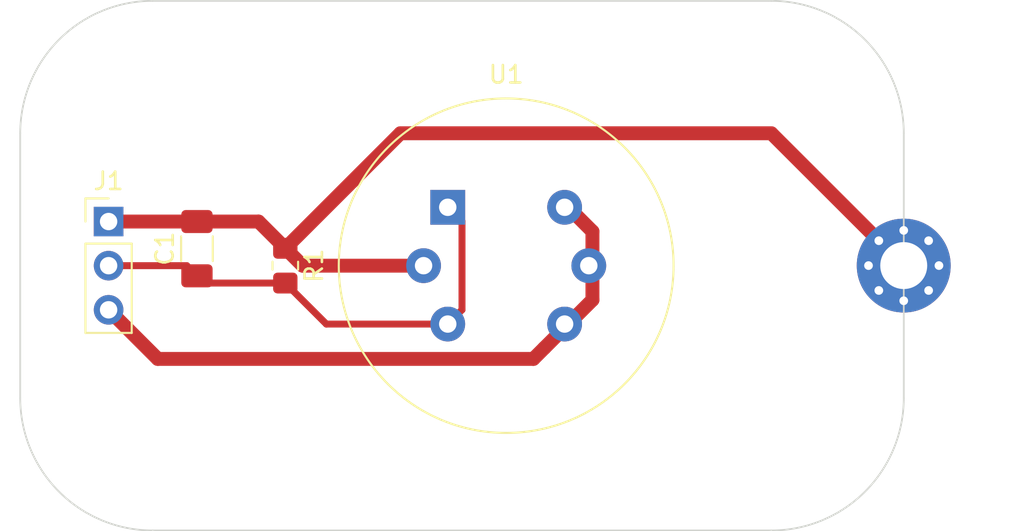
<source format=kicad_pcb>
(kicad_pcb (version 20221018) (generator pcbnew)
  (layers (0 "F.Cu" signal) (31 "B.Cu" signal) (34 "B.Paste" user) (35 "F.Paste" user) (36 "B.SilkS" user "B.Silkscreen") (37 "F.SilkS" user "F.Silkscreen") (38 "B.Mask" user) (39 "F.Mask" user) (44 "Edge.Cuts" user))
  (net 0 "")
  (net 1 "+5V")
  (net 2 "V_RL")
  (net 3 "GND")
  (footprint "Capacitor_SMD:C_1206_3216Metric_Pad1.33x1.80mm_HandSolder" (layer "F.Cu") (at 129.54 93.0025 90)
    (fp_text reference "C1" (at 0 -1.85 90) (layer "F.SilkS"))
    (fp_text value "50nF")
    (fp_line (start -0.711252 -0.91) (end 0.711252 -0.91) (stroke (width 0.12)) (layer "F.SilkS"))
    (fp_line (start -0.711252 0.91) (end 0.711252 0.91) (stroke (width 0.12)) (layer "F.SilkS"))
    (pad "1" smd roundrect (at -1.5625 0 90) (size 1.325 1.8) (layers "F.Cu" "F.Paste" "F.Mask") (roundrect_rratio 0.188679) (net 2 "V_RL"))
    (pad "2" smd roundrect (at 1.5625 0 90) (size 1.325 1.8) (layers "F.Cu" "F.Paste" "F.Mask") (roundrect_rratio 0.188679) (net 3 "GND"))
  )
  (footprint "Resistor_SMD:R_0805_2012Metric_Pad1.20x1.40mm_HandSolder" (layer "F.Cu") (at 134.62 93.98 -90)
    (fp_text reference "R1" (at 0 -1.65 -90) (layer "F.SilkS"))
    (fp_text value "4.7k Ω")
    (fp_line (start -0.227064 -0.735) (end 0.227064 -0.735) (stroke (width 0.12)) (layer "F.SilkS"))
    (fp_line (start -0.227064 0.735) (end 0.227064 0.735) (stroke (width 0.12)) (layer "F.SilkS"))
    (pad "1" smd roundrect (at -1 0 270) (size 1.2 1.4) (layers "F.Cu" "F.Paste" "F.Mask") (roundrect_rratio 0.208333) (net 3 "GND"))
    (pad "2" smd roundrect (at 1 0 270) (size 1.2 1.4) (layers "F.Cu" "F.Paste" "F.Mask") (roundrect_rratio 0.208333) (net 2 "V_RL"))
  )
  (footprint "Connector_PinHeader_2.54mm:PinHeader_1x03_P2.54mm_Vertical" (layer "F.Cu") (at 124.46 91.44)
    (fp_text reference "J1" (at 0 -2.33) (layer "F.SilkS"))
    (fp_text value "Conn_01x03_Pin")
    (fp_line (start -1.33 -1.33) (end 0 -1.33) (stroke (width 0.12)) (layer "F.SilkS"))
    (fp_line (start -1.33 0) (end -1.33 -1.33) (stroke (width 0.12)) (layer "F.SilkS"))
    (fp_line (start -1.33 1.27) (end -1.33 6.41) (stroke (width 0.12)) (layer "F.SilkS"))
    (fp_line (start -1.33 1.27) (end 1.33 1.27) (stroke (width 0.12)) (layer "F.SilkS"))
    (fp_line (start -1.33 6.41) (end 1.33 6.41) (stroke (width 0.12)) (layer "F.SilkS"))
    (fp_line (start 1.33 1.27) (end 1.33 6.41) (stroke (width 0.12)) (layer "F.SilkS"))
    (pad "1" thru_hole rect (at 0 0) (size 1.7 1.7) (drill 1) (layers "*.Cu" "*.Mask") (net 3 "GND"))
    (pad "2" thru_hole oval (at 0 2.54) (size 1.7 1.7) (drill 1) (layers "*.Cu" "*.Mask") (net 2 "V_RL"))
    (pad "3" thru_hole oval (at 0 5.08) (size 1.7 1.7) (drill 1) (layers "*.Cu" "*.Mask") (net 1 "+5V"))
  )
  (footprint "MountingHole:MountingHole_2.7mm_M2.5_Pad_Via" (layer "F.Cu") (at 170.178079 93.974691)
    (fp_text reference "H1" hide)
    (fp_text value "MountingHole_Pad")
    (pad "1" thru_hole circle (at -2.025 0) (size 0.8 0.8) (drill 0.5) (layers "*.Cu" "*.Mask") (net 3 "GND"))
    (pad "1" thru_hole circle (at -1.431891 -1.431891) (size 0.8 0.8) (drill 0.5) (layers "*.Cu" "*.Mask") (net 3 "GND"))
    (pad "1" thru_hole circle (at -1.431891 1.431891) (size 0.8 0.8) (drill 0.5) (layers "*.Cu" "*.Mask") (net 3 "GND"))
    (pad "1" thru_hole circle (at 0 -2.025) (size 0.8 0.8) (drill 0.5) (layers "*.Cu" "*.Mask") (net 3 "GND"))
    (pad "1" thru_hole circle (at 0 0) (size 5.4 5.4) (drill 2.7) (property pad_prop_castellated) (layers "*.Cu" "*.Mask") (net 3 "GND"))
    (pad "1" thru_hole circle (at 0 2.025) (size 0.8 0.8) (drill 0.5) (layers "*.Cu" "*.Mask") (net 3 "GND"))
    (pad "1" thru_hole circle (at 1.431891 -1.431891) (size 0.8 0.8) (drill 0.5) (layers "*.Cu" "*.Mask") (net 3 "GND"))
    (pad "1" thru_hole circle (at 1.431891 1.431891) (size 0.8 0.8) (drill 0.5) (layers "*.Cu" "*.Mask") (net 3 "GND"))
    (pad "1" thru_hole circle (at 2.025 0) (size 0.8 0.8) (drill 0.5) (layers "*.Cu" "*.Mask") (net 3 "GND"))
  )
  (footprint "Modular sensor footprints:MQ-8" (layer "F.Cu") (at 143.96 90.62)
    (fp_text reference "U1" (at 3.36 -7.64) (layer "F.SilkS"))
    (fp_text value "MQ-8")
    (fp_circle (center 3.36 3.36) (end 12.985 3.36) (stroke (width 0.12)) (fill none) (layer "F.SilkS"))
    (pad "1" thru_hole rect (at 0 0) (size 2 2) (drill 1) (layers "*.Cu" "*.Mask") (net 2 "V_RL"))
    (pad "2" thru_hole circle (at -1.39 3.36) (size 2 2) (drill 1) (layers "*.Cu" "*.Mask") (net 3 "GND"))
    (pad "3" thru_hole circle (at 0 6.72 90) (size 2 2) (drill 1) (layers "*.Cu" "*.Mask") (net 2 "V_RL"))
    (pad "4" thru_hole circle (at 6.72 6.72 180) (size 2 2) (drill 1) (layers "*.Cu" "*.Mask") (net 1 "+5V"))
    (pad "5" thru_hole circle (at 8.11 3.36) (size 2 2) (drill 1) (layers "*.Cu" "*.Mask") (net 1 "+5V"))
    (pad "6" thru_hole circle (at 6.72 0 270) (size 2 2) (drill 1) (layers "*.Cu" "*.Mask") (net 1 "+5V"))
  )
  (gr_arc (start 170.18 101.6) (mid 167.948154 106.988154) (end 162.56 109.22) (stroke (width 0.1)) (layer "Edge.Cuts"))
  (gr_line (start 170.18 86.36) (end 170.18 101.6) (stroke (width 0.1)) (layer "Edge.Cuts"))
  (gr_line (start 162.56 109.22) (end 127 109.22) (stroke (width 0.1)) (layer "Edge.Cuts"))
  (gr_arc (start 162.56 78.74) (mid 167.948154 80.971846) (end 170.18 86.36) (stroke (width 0.1)) (layer "Edge.Cuts"))
  (gr_arc (start 119.38 86.36) (mid 121.611846 80.971846) (end 127 78.74) (stroke (width 0.1)) (layer "Edge.Cuts"))
  (gr_arc (start 127 109.22) (mid 121.611846 106.988154) (end 119.38 101.6) (stroke (width 0.1)) (layer "Edge.Cuts"))
  (gr_line (start 127 78.74) (end 162.56 78.74) (stroke (width 0.1)) (layer "Edge.Cuts"))
  (gr_line (start 119.38 86.36) (end 119.38 101.6) (stroke (width 0.1)) (layer "Edge.Cuts"))
  (segment (start 152.28 93.98) (end 152.28 95.95) (width 0.8) (layer "F.Cu") (net 1))
  (segment (start 150.89 90.62) (end 152.28 92.01) (width 0.8) (layer "F.Cu") (net 1))
  (segment (start 152.28 92.01) (end 152.28 93.98) (width 0.8) (layer "F.Cu") (net 1))
  (segment (start 127.285661 99.345661) (end 148.884339 99.345661) (width 0.8) (layer "F.Cu") (net 1))
  (segment (start 149.515 98.715) (end 150.89 97.34) (width 0.8) (layer "F.Cu") (net 1))
  (segment (start 124.46 96.52) (end 127.285661 99.345661) (width 0.8) (layer "F.Cu") (net 1))
  (segment (start 148.884339 99.345661) (end 149.515 98.715) (width 0.8) (layer "F.Cu") (net 1))
  (segment (start 152.28 95.95) (end 150.89 97.34) (width 0.8) (layer "F.Cu") (net 1))
  (segment (start 144.78 91.44) (end 144.78 96.52) (width 0.4) (layer "F.Cu") (net 2))
  (segment (start 129.54 94.565) (end 129.955 94.98) (width 0.4) (layer "F.Cu") (net 2))
  (segment (start 143.96 90.62) (end 144.78 91.44) (width 0.4) (layer "F.Cu") (net 2))
  (segment (start 134.62 94.98) (end 136.98 97.34) (width 0.4) (layer "F.Cu") (net 2))
  (segment (start 144.78 96.52) (end 143.96 97.34) (width 0.4) (layer "F.Cu") (net 2))
  (segment (start 136.98 97.34) (end 143.96 97.34) (width 0.4) (layer "F.Cu") (net 2))
  (segment (start 128.955 93.98) (end 129.54 94.565) (width 0.4) (layer "F.Cu") (net 2))
  (segment (start 129.955 94.98) (end 134.62 94.98) (width 0.4) (layer "F.Cu") (net 2))
  (segment (start 124.46 93.98) (end 128.955 93.98) (width 0.4) (layer "F.Cu") (net 2))
  (segment (start 124.46 91.44) (end 129.54 91.44) (width 0.8) (layer "F.Cu") (net 3))
  (segment (start 162.563388 86.36) (end 170.178079 93.974691) (width 0.8) (layer "F.Cu") (net 3))
  (segment (start 134.62 92.98) (end 135.62 93.98) (width 0.8) (layer "F.Cu") (net 3))
  (segment (start 135.62 93.98) (end 142.57 93.98) (width 0.8) (layer "F.Cu") (net 3))
  (segment (start 141.24 86.36) (end 162.563388 86.36) (width 0.8) (layer "F.Cu") (net 3))
  (segment (start 133.08 91.44) (end 134.62 92.98) (width 0.8) (layer "F.Cu") (net 3))
  (segment (start 129.54 91.44) (end 133.08 91.44) (width 0.8) (layer "F.Cu") (net 3))
  (segment (start 134.62 92.98) (end 141.24 86.36) (width 0.8) (layer "F.Cu") (net 3))
)
</source>
